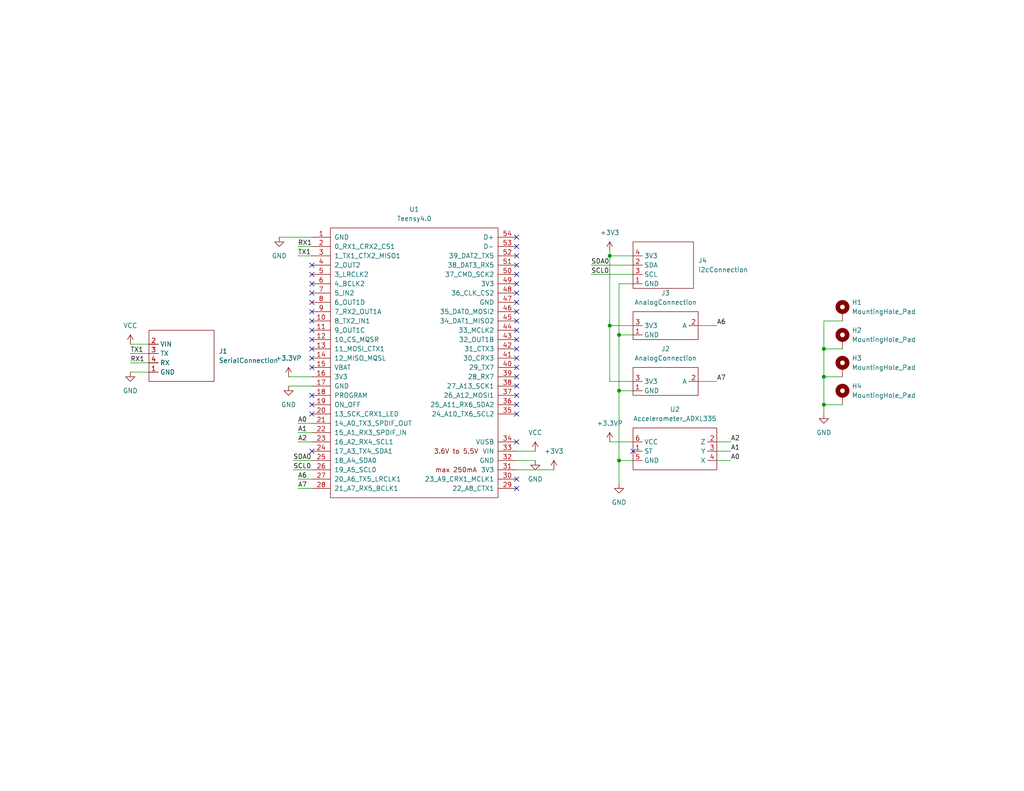
<source format=kicad_sch>
(kicad_sch (version 20211123) (generator eeschema)
  (paper "USLetter")
  (title_block (title "SDM-22 DAQ Wheel Board") (date "2022-04-05") (rev "v1.1") (company "Sun Devil Motorsports - Data Acquisition"))
  (lib_symbols
    (symbol "Mechanical:MountingHole_Pad" (pin_numbers hide) (pin_names (offset 1.016) hide)
      (property "Reference" "H" (at 0 6.35 0))
      (property "Value" "MountingHole_Pad" (at 0 4.445 0))
      (symbol "MountingHole_Pad_0_1"
        (circle (center 0 1.27) (radius 1.27) (stroke (width 1.27)))
      )
      (symbol "MountingHole_Pad_1_1"
        (pin input line (at 0 -2.54 90) (length 2.54) (name "1") (number "1"))
      )
    )
    (symbol "SDM:Accelerometer_ADXL335"
      (property "Reference" "U" (at 2.54 1.27 0))
      (property "Value" "Accelerometer_ADXL335" (at 5.08 -1.27 0))
      (symbol "Accelerometer_ADXL335_0_1"
        (rectangle (start -6.35 0) (end 16.51 -11.43))
      )
      (symbol "Accelerometer_ADXL335_1_1"
        (pin input line (at -6.35 -6.35 0) (length 2.54) (name "ST") (number "1"))
        (pin output line (at 16.51 -3.81 180) (length 2.54) (name "Z") (number "2"))
        (pin output line (at 16.51 -6.35 180) (length 2.54) (name "Y") (number "3"))
        (pin output line (at 16.51 -8.89 180) (length 2.54) (name "X") (number "4"))
        (pin input line (at -6.35 -8.89 0) (length 2.54) (name "GND") (number "5"))
        (pin input line (at -6.35 -3.81 0) (length 2.54) (name "VCC") (number "6"))
      )
    )
    (symbol "SDM:AnalogConnection"
      (property "Reference" "J" (at 0 0 0))
      (property "Value" "AnalogConnection" (at 1.27 -2.54 0))
      (symbol "AnalogConnection_0_1"
        (rectangle (start -7.62 -1.27) (end 10.16 -8.89))
      )
      (symbol "AnalogConnection_1_1"
        (pin input line (at -7.62 -7.62 0) (length 2.54) (name "GND") (number "1"))
        (pin output line (at 10.16 -5.08 180) (length 2.54) (name "A") (number "2"))
        (pin input line (at -7.62 -5.08 0) (length 2.54) (name "3V3") (number "3"))
      )
    )
    (symbol "SDM:SerialConnection"
      (property "Reference" "J" (at 0 0 0))
      (property "Value" "SerialConnection" (at 1.27 -2.54 0))
      (symbol "SerialConnection_0_1"
        (rectangle (start -7.62 -1.27) (end 10.16 -15.24))
      )
      (symbol "SerialConnection_1_1"
        (pin input line (at -7.62 -12.7 0) (length 2.54) (name "GND") (number "1"))
        (pin input line (at -7.62 -5.08 0) (length 2.54) (name "VIN") (number "2"))
        (pin input line (at -7.62 -7.62 0) (length 2.54) (name "TX") (number "3"))
        (pin input line (at -7.62 -10.16 0) (length 2.54) (name "RX") (number "4"))
      )
    )
    (symbol "SDM:i2cConnection"
      (property "Reference" "J" (at 0 0 0))
      (property "Value" "i2cConnection" (at 3.81 -2.54 0))
      (symbol "i2cConnection_0_1"
        (rectangle (start -5.08 -13.97) (end 11.43 -1.27))
      )
      (symbol "i2cConnection_1_1"
        (pin input line (at -5.08 -12.7 0) (length 2.54) (name "GND") (number "1"))
        (pin input line (at -5.08 -7.62 0) (length 2.54) (name "SDA") (number "2"))
        (pin input line (at -5.08 -10.16 0) (length 2.54) (name "SCL") (number "3"))
        (pin input line (at -5.08 -5.08 0) (length 2.54) (name "3V3") (number "4"))
      )
    )
    (symbol "Teensy:Teensy4.0" (pin_names (offset 1.016))
      (property "Reference" "U" (at 0 39.37 0))
      (property "Value" "Teensy4.0" (at 0 -39.37 0))
      (symbol "Teensy4.0_0_0"
        (text "3.6V to 5.5V" (at 11.43 -24.13 0) (effects (font (size 1.27 1.27))))
        (text "max 250mA" (at 11.43 -29.21 0) (effects (font (size 1.27 1.27))))
        (pin bidirectional line (at -27.94 11.43 0) (length 5.08) (name "8_TX2_IN1") (number "10"))
        (pin bidirectional line (at -27.94 8.89 0) (length 5.08) (name "9_OUT1C") (number "11"))
        (pin bidirectional line (at -27.94 6.35 0) (length 5.08) (name "10_CS_MQSR") (number "12"))
        (pin bidirectional line (at -27.94 3.81 0) (length 5.08) (name "11_MOSI_CTX1") (number "13"))
        (pin bidirectional line (at -27.94 1.27 0) (length 5.08) (name "12_MISO_MQSL") (number "14"))
        (pin power_in line (at -27.94 -1.27 0) (length 5.08) (name "VBAT") (number "15"))
        (pin power_in line (at -27.94 -3.81 0) (length 5.08) (name "3V3") (number "16"))
        (pin power_in line (at -27.94 -6.35 0) (length 5.08) (name "GND") (number "17"))
        (pin input line (at -27.94 -8.89 0) (length 5.08) (name "PROGRAM") (number "18"))
        (pin input line (at -27.94 -11.43 0) (length 5.08) (name "ON_OFF") (number "19"))
        (pin bidirectional line (at -27.94 -13.97 0) (length 5.08) (name "13_SCK_CRX1_LED") (number "20"))
        (pin bidirectional line (at -27.94 -16.51 0) (length 5.08) (name "14_A0_TX3_SPDIF_OUT") (number "21"))
        (pin bidirectional line (at -27.94 -19.05 0) (length 5.08) (name "15_A1_RX3_SPDIF_IN") (number "22"))
        (pin bidirectional line (at -27.94 -21.59 0) (length 5.08) (name "16_A2_RX4_SCL1") (number "23"))
        (pin bidirectional line (at -27.94 -24.13 0) (length 5.08) (name "17_A3_TX4_SDA1") (number "24"))
        (pin bidirectional line (at -27.94 -26.67 0) (length 5.08) (name "18_A4_SDA0") (number "25"))
        (pin bidirectional line (at -27.94 -29.21 0) (length 5.08) (name "19_A5_SCL0") (number "26"))
        (pin bidirectional line (at -27.94 -31.75 0) (length 5.08) (name "20_A6_TX5_LRCLK1") (number "27"))
        (pin bidirectional line (at -27.94 -34.29 0) (length 5.08) (name "21_A7_RX5_BCLK1") (number "28"))
        (pin bidirectional line (at 27.94 -34.29 180) (length 5.08) (name "22_A8_CTX1") (number "29"))
        (pin bidirectional line (at 27.94 -31.75 180) (length 5.08) (name "23_A9_CRX1_MCLK1") (number "30"))
        (pin power_out line (at 27.94 -29.21 180) (length 5.08) (name "3V3") (number "31"))
        (pin power_in line (at 27.94 -26.67 180) (length 5.08) (name "GND") (number "32"))
        (pin power_in line (at 27.94 -24.13 180) (length 5.08) (name "VIN") (number "33"))
        (pin power_out line (at 27.94 -21.59 180) (length 5.08) (name "VUSB") (number "34"))
        (pin bidirectional line (at 27.94 -13.97 180) (length 5.08) (name "24_A10_TX6_SCL2") (number "35"))
        (pin bidirectional line (at 27.94 -11.43 180) (length 5.08) (name "25_A11_RX6_SDA2") (number "36"))
        (pin bidirectional line (at 27.94 -8.89 180) (length 5.08) (name "26_A12_MOSI1") (number "37"))
        (pin bidirectional line (at 27.94 -6.35 180) (length 5.08) (name "27_A13_SCK1") (number "38"))
        (pin bidirectional line (at 27.94 -3.81 180) (length 5.08) (name "28_RX7") (number "39"))
        (pin bidirectional line (at 27.94 -1.27 180) (length 5.08) (name "29_TX7") (number "40"))
        (pin bidirectional line (at 27.94 1.27 180) (length 5.08) (name "30_CRX3") (number "41"))
        (pin bidirectional line (at 27.94 3.81 180) (length 5.08) (name "31_CTX3") (number "42"))
        (pin bidirectional line (at 27.94 6.35 180) (length 5.08) (name "32_OUT1B") (number "43"))
        (pin bidirectional line (at 27.94 8.89 180) (length 5.08) (name "33_MCLK2") (number "44"))
        (pin bidirectional line (at 27.94 11.43 180) (length 5.08) (name "34_DAT1_MISO2") (number "45"))
        (pin bidirectional line (at 27.94 13.97 180) (length 5.08) (name "35_DAT0_MOSI2") (number "46"))
        (pin power_out line (at 27.94 16.51 180) (length 5.08) (name "GND") (number "47"))
        (pin bidirectional line (at 27.94 19.05 180) (length 5.08) (name "36_CLK_CS2") (number "48"))
        (pin power_out line (at 27.94 21.59 180) (length 5.08) (name "3V3") (number "49"))
        (pin bidirectional line (at -27.94 24.13 0) (length 5.08) (name "3_LRCLK2") (number "5"))
        (pin bidirectional line (at 27.94 24.13 180) (length 5.08) (name "37_CMD_SCK2") (number "50"))
        (pin bidirectional line (at 27.94 26.67 180) (length 5.08) (name "38_DAT3_RX5") (number "51"))
        (pin bidirectional line (at 27.94 29.21 180) (length 5.08) (name "39_DAT2_TX5") (number "52"))
        (pin bidirectional line (at 27.94 31.75 180) (length 5.08) (name "D-") (number "53"))
        (pin bidirectional line (at 27.94 34.29 180) (length 5.08) (name "D+") (number "54"))
        (pin bidirectional line (at -27.94 21.59 0) (length 5.08) (name "4_BCLK2") (number "6"))
        (pin bidirectional line (at -27.94 19.05 0) (length 5.08) (name "5_IN2") (number "7"))
        (pin bidirectional line (at -27.94 16.51 0) (length 5.08) (name "6_OUT1D") (number "8"))
        (pin bidirectional line (at -27.94 13.97 0) (length 5.08) (name "7_RX2_OUT1A") (number "9"))
      )
      (symbol "Teensy4.0_0_1"
        (rectangle (start -22.86 36.83) (end 22.86 -36.83))
        (rectangle (start -20.32 -31.75) (end -20.32 -31.75))
      )
      (symbol "Teensy4.0_1_1"
        (pin power_in line (at -27.94 34.29 0) (length 5.08) (name "GND") (number "1"))
        (pin bidirectional line (at -27.94 31.75 0) (length 5.08) (name "0_RX1_CRX2_CS1") (number "2"))
        (pin bidirectional line (at -27.94 29.21 0) (length 5.08) (name "1_TX1_CTX2_MISO1") (number "3"))
        (pin bidirectional line (at -27.94 26.67 0) (length 5.08) (name "2_OUT2") (number "4"))
      )
    )
    (symbol "power:+3.3VP" (power) (pin_names (offset 0))
      (property "Value" "+3.3VP" (at 0 2.54 0))
      (symbol "+3.3VP_0_0"
        (pin power_in line (at 0 0 90) (length 0) hide (name "+3.3VP") (number "1"))
      )
      (symbol "+3.3VP_0_1"
        (polyline (pts (xy -0.762 1.27) (xy 0 2.54)))
        (polyline (pts (xy 0 0) (xy 0 2.54)))
        (polyline (pts (xy 0 2.54) (xy 0.762 1.27)))
      )
    )
    (symbol "power:+3V3" (power) (pin_names (offset 0))
      (property "Value" "+3V3" (at 0 3.556 0))
      (symbol "+3V3_0_1"
        (polyline (pts (xy -0.762 1.27) (xy 0 2.54)))
        (polyline (pts (xy 0 0) (xy 0 2.54)))
        (polyline (pts (xy 0 2.54) (xy 0.762 1.27)))
      )
      (symbol "+3V3_1_1"
        (pin power_in line (at 0 0 90) (length 0) hide (name "+3V3") (number "1"))
      )
    )
    (symbol "power:GND" (power) (pin_names (offset 0))
      (property "Value" "GND" (at 0 -3.81 0))
      (symbol "GND_0_1"
        (polyline (pts (xy 0 0) (xy 0 -1.27) (xy 1.27 -1.27) (xy 0 -2.54) (xy -1.27 -1.27) (xy 0 -1.27)))
      )
      (symbol "GND_1_1"
        (pin power_in line (at 0 0 270) (length 0) hide (name "GND") (number "1"))
      )
    )
    (symbol "power:VCC" (power) (pin_names (offset 0))
      (property "Value" "VCC" (at 0 3.81 0))
      (symbol "VCC_0_1"
        (polyline (pts (xy -0.762 1.27) (xy 0 2.54)))
        (polyline (pts (xy 0 0) (xy 0 2.54)))
        (polyline (pts (xy 0 2.54) (xy 0.762 1.27)))
      )
      (symbol "VCC_1_1"
        (pin power_in line (at 0 0 90) (length 0) hide (name "VCC") (number "1"))
      )
    )
  )
  (junction (at 166.37 69.85))
  (junction (at 224.79 95.25))
  (junction (at 224.79 110.49))
  (junction (at 168.91 125.73))
  (junction (at 168.91 91.44))
  (junction (at 166.37 88.9))
  (junction (at 224.79 102.87))
  (junction (at 168.91 106.68))
  (no_connect (at 172.72 123.19))
  (no_connect (at 140.97 120.65))
  (no_connect (at 140.97 64.77))
  (no_connect (at 140.97 67.31))
  (no_connect (at 140.97 69.85))
  (no_connect (at 140.97 72.39))
  (no_connect (at 140.97 74.93))
  (no_connect (at 140.97 77.47))
  (no_connect (at 140.97 130.81))
  (no_connect (at 140.97 133.35))
  (no_connect (at 140.97 80.01))
  (no_connect (at 140.97 82.55))
  (no_connect (at 140.97 85.09))
  (no_connect (at 140.97 87.63))
  (no_connect (at 140.97 90.17))
  (no_connect (at 140.97 92.71))
  (no_connect (at 140.97 95.25))
  (no_connect (at 140.97 97.79))
  (no_connect (at 140.97 100.33))
  (no_connect (at 140.97 102.87))
  (no_connect (at 140.97 105.41))
  (no_connect (at 140.97 107.95))
  (no_connect (at 140.97 110.49))
  (no_connect (at 140.97 113.03))
  (no_connect (at 85.09 113.03))
  (no_connect (at 85.09 123.19))
  (no_connect (at 85.09 85.09))
  (no_connect (at 85.09 82.55))
  (no_connect (at 85.09 92.71))
  (no_connect (at 85.09 87.63))
  (no_connect (at 85.09 90.17))
  (no_connect (at 85.09 95.25))
  (no_connect (at 85.09 72.39))
  (no_connect (at 85.09 74.93))
  (no_connect (at 85.09 77.47))
  (no_connect (at 85.09 80.01))
  (no_connect (at 85.09 107.95))
  (no_connect (at 85.09 110.49))
  (no_connect (at 85.09 100.33))
  (no_connect (at 85.09 97.79))
  (wire (pts (xy 166.37 88.9) (xy 166.37 69.85)))
  (wire (pts (xy 35.56 101.6) (xy 40.64 101.6)))
  (wire (pts (xy 35.56 96.52) (xy 40.64 96.52)))
  (wire (pts (xy 224.79 95.25) (xy 224.79 102.87)))
  (wire (pts (xy 195.58 123.19) (xy 199.39 123.19)))
  (wire (pts (xy 80.01 125.73) (xy 85.09 125.73)))
  (wire (pts (xy 140.97 123.19) (xy 146.05 123.19)))
  (wire (pts (xy 76.2 64.77) (xy 85.09 64.77)))
  (wire (pts (xy 81.28 69.85) (xy 85.09 69.85)))
  (wire (pts (xy 190.5 104.14) (xy 195.58 104.14)))
  (wire (pts (xy 78.74 102.87) (xy 85.09 102.87)))
  (wire (pts (xy 81.28 120.65) (xy 85.09 120.65)))
  (wire (pts (xy 190.5 88.9) (xy 195.58 88.9)))
  (wire (pts (xy 224.79 110.49) (xy 224.79 113.03)))
  (wire (pts (xy 81.28 133.35) (xy 85.09 133.35)))
  (wire (pts (xy 229.87 87.63) (xy 224.79 87.63)))
  (wire (pts (xy 168.91 125.73) (xy 168.91 132.08)))
  (wire (pts (xy 140.97 125.73) (xy 146.05 125.73)))
  (wire (pts (xy 81.28 67.31) (xy 85.09 67.31)))
  (wire (pts (xy 229.87 95.25) (xy 224.79 95.25)))
  (wire (pts (xy 229.87 110.49) (xy 224.79 110.49)))
  (wire (pts (xy 172.72 88.9) (xy 166.37 88.9)))
  (wire (pts (xy 168.91 106.68) (xy 172.72 106.68)))
  (wire (pts (xy 168.91 125.73) (xy 172.72 125.73)))
  (wire (pts (xy 172.72 69.85) (xy 166.37 69.85)))
  (wire (pts (xy 161.29 72.39) (xy 172.72 72.39)))
  (wire (pts (xy 161.29 74.93) (xy 172.72 74.93)))
  (wire (pts (xy 224.79 102.87) (xy 224.79 110.49)))
  (wire (pts (xy 81.28 118.11) (xy 85.09 118.11)))
  (wire (pts (xy 166.37 104.14) (xy 166.37 88.9)))
  (wire (pts (xy 35.56 99.06) (xy 40.64 99.06)))
  (wire (pts (xy 168.91 77.47) (xy 168.91 91.44)))
  (wire (pts (xy 168.91 106.68) (xy 168.91 125.73)))
  (wire (pts (xy 172.72 104.14) (xy 166.37 104.14)))
  (wire (pts (xy 78.74 105.41) (xy 85.09 105.41)))
  (wire (pts (xy 229.87 102.87) (xy 224.79 102.87)))
  (wire (pts (xy 81.28 130.81) (xy 85.09 130.81)))
  (wire (pts (xy 168.91 91.44) (xy 172.72 91.44)))
  (wire (pts (xy 172.72 77.47) (xy 168.91 77.47)))
  (wire (pts (xy 35.56 93.98) (xy 40.64 93.98)))
  (wire (pts (xy 172.72 120.65) (xy 166.37 120.65)))
  (wire (pts (xy 81.28 115.57) (xy 85.09 115.57)))
  (wire (pts (xy 80.01 128.27) (xy 85.09 128.27)))
  (wire (pts (xy 224.79 87.63) (xy 224.79 95.25)))
  (wire (pts (xy 168.91 91.44) (xy 168.91 106.68)))
  (wire (pts (xy 140.97 128.27) (xy 151.13 128.27)))
  (wire (pts (xy 195.58 125.73) (xy 199.39 125.73)))
  (wire (pts (xy 195.58 120.65) (xy 199.39 120.65)))
  (wire (pts (xy 166.37 69.85) (xy 166.37 68.58)))
  (label "A6" (at 195.58 88.9 0))
  (label "TX1" (at 81.28 69.85 0))
  (label "A0" (at 81.28 115.57 0))
  (label "A2" (at 81.28 120.65 0))
  (label "A1" (at 81.28 118.11 0))
  (label "A7" (at 195.58 104.14 0))
  (label "TX1" (at 35.56 96.52 0))
  (label "SDA0" (at 80.01 125.73 0))
  (label "RX1" (at 81.28 67.31 0))
  (label "SCL0" (at 161.29 74.93 0))
  (label "A0" (at 199.39 125.73 0))
  (label "A2" (at 199.39 120.65 0))
  (label "A7" (at 81.28 133.35 0))
  (label "RX1" (at 35.56 99.06 0))
  (label "A1" (at 199.39 123.19 0))
  (label "SCL0" (at 80.01 128.27 0))
  (label "A6" (at 81.28 130.81 0))
  (label "SDA0" (at 161.29 72.39 0))
  (symbol (lib_id "power:GND") (at 146.05 125.73 0) (unit 1)
    (property "Reference" "#PWR0107" (effects hide))
    (property "Value" "GND" (at 146.05 130.81 0))
  )
  (symbol (lib_id "power:GND") (at 35.56 101.6 0) (unit 1)
    (property "Reference" "#PWR0105" (effects hide))
    (property "Value" "GND" (at 35.56 106.68 0))
  )
  (symbol (lib_id "power:GND") (at 168.91 132.08 0) (unit 1)
    (property "Reference" "#PWR0102" (effects hide))
    (property "Value" "GND" (at 168.91 137.16 0))
  )
  (symbol (lib_id "Teensy:Teensy4.0") (at 113.03 99.06 0) (unit 1)
    (property "Reference" "U1" (at 113.03 57.15 0))
    (property "Value" "Teensy4.0" (at 113.03 59.69 0))
    (property "Footprint" "Teensy:Teensy40" (effects hide))
  )
  (symbol (lib_id "Mechanical:MountingHole_Pad") (at 229.87 100.33 0) (unit 1)
    (property "Reference" "H3" (at 232.41 97.7899 0) (effects (justify left)))
    (property "Value" "MountingHole_Pad" (at 232.41 100.3299 0) (effects (justify left)))
    (property "Footprint" "MountingHole:MountingHole_3.2mm_M3_ISO7380_Pad" (effects hide))
  )
  (symbol (lib_id "power:GND") (at 76.2 64.77 0) (unit 1)
    (property "Reference" "#PWR0103" (effects hide))
    (property "Value" "GND" (at 76.2 69.85 0))
  )
  (symbol (lib_id "power:+3V3") (at 151.13 128.27 0) (unit 1)
    (property "Reference" "#PWR0109" (effects hide))
    (property "Value" "+3V3" (at 151.13 123.19 0))
  )
  (symbol (lib_id "Mechanical:MountingHole_Pad") (at 229.87 92.71 0) (unit 1)
    (property "Reference" "H2" (at 232.41 90.1699 0) (effects (justify left)))
    (property "Value" "MountingHole_Pad" (at 232.41 92.7099 0) (effects (justify left)))
    (property "Footprint" "MountingHole:MountingHole_3.2mm_M3_ISO7380_Pad" (effects hide))
  )
  (symbol (lib_id "SDM:SerialConnection") (at 48.26 88.9 0) (unit 1)
    (property "Reference" "J1" (at 59.69 95.8849 0) (effects (justify left)))
    (property "Value" "SerialConnection" (at 59.69 98.4249 0) (effects (justify left)))
    (property "Footprint" "SDM:4Wire_SerialConnector" (effects hide))
  )
  (symbol (lib_id "power:+3.3VP") (at 166.37 120.65 0) (unit 1)
    (property "Reference" "#PWR?" (effects hide))
    (property "Value" "+3.3VP" (at 166.37 115.57 0))
  )
  (symbol (lib_id "SDM:Accelerometer_ADXL335") (at 179.07 116.84 0) (unit 1)
    (property "Reference" "U2" (at 184.15 111.76 0))
    (property "Value" "Accelerometer_ADXL335" (at 184.15 114.3 0))
    (property "Footprint" "SDM:ADXL335_Socket_P2.54mm_Vertical" (effects hide))
  )
  (symbol (lib_id "power:GND") (at 78.74 105.41 0) (unit 1)
    (property "Reference" "#PWR0106" (effects hide))
    (property "Value" "GND" (at 78.74 110.49 0))
  )
  (symbol (lib_id "SDM:AnalogConnection") (at 180.34 83.82 0) (unit 1)
    (property "Reference" "J3" (at 181.61 80.01 0))
    (property "Value" "AnalogConnection" (at 181.61 82.55 0))
    (property "Footprint" "SDM:3Wire_AnalogConnector" (effects hide))
  )
  (symbol (lib_id "power:VCC") (at 146.05 123.19 0) (unit 1)
    (property "Reference" "#PWR0108" (effects hide))
    (property "Value" "VCC" (at 146.05 118.11 0))
  )
  (symbol (lib_id "SDM:i2cConnection") (at 177.8 64.77 0) (unit 1)
    (property "Reference" "J4" (at 190.5 71.1199 0) (effects (justify left)))
    (property "Value" "i2cConnection" (at 190.5 73.6599 0) (effects (justify left)))
    (property "Footprint" "SDM:4Wire_i2cConnector" (effects hide))
  )
  (symbol (lib_id "power:VCC") (at 35.56 93.98 0) (unit 1)
    (property "Reference" "#PWR0104" (effects hide))
    (property "Value" "VCC" (at 35.56 88.9 0))
  )
  (symbol (lib_id "Mechanical:MountingHole_Pad") (at 229.87 107.95 0) (unit 1)
    (property "Reference" "H4" (at 232.41 105.4099 0) (effects (justify left)))
    (property "Value" "MountingHole_Pad" (at 232.41 107.9499 0) (effects (justify left)))
    (property "Footprint" "MountingHole:MountingHole_3.2mm_M3_ISO7380_Pad" (effects hide))
  )
  (symbol (lib_id "power:GND") (at 224.79 113.03 0) (unit 1)
    (property "Reference" "#PWR0110" (effects hide))
    (property "Value" "GND" (at 224.79 118.11 0))
  )
  (symbol (lib_id "power:+3.3VP") (at 78.74 102.87 0) (unit 1)
    (property "Reference" "#PWR?" (effects hide))
    (property "Value" "+3.3VP" (at 78.74 97.79 0))
  )
  (symbol (lib_id "power:+3V3") (at 166.37 68.58 0) (unit 1)
    (property "Reference" "#PWR0101" (effects hide))
    (property "Value" "+3V3" (at 166.37 63.5 0))
  )
  (symbol (lib_id "SDM:AnalogConnection") (at 180.34 99.06 0) (unit 1)
    (property "Reference" "J2" (at 181.61 95.25 0))
    (property "Value" "AnalogConnection" (at 181.61 97.79 0))
    (property "Footprint" "SDM:3Wire_AnalogConnector" (effects hide))
  )
  (symbol (lib_id "Mechanical:MountingHole_Pad") (at 229.87 85.09 0) (unit 1)
    (property "Reference" "H1" (at 232.41 82.5499 0) (effects (justify left)))
    (property "Value" "MountingHole_Pad" (at 232.41 85.0899 0) (effects (justify left)))
    (property "Footprint" "MountingHole:MountingHole_3.2mm_M3_ISO7380_Pad" (effects hide))
  )
)
</source>
